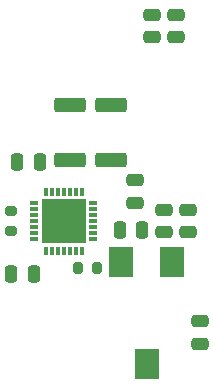
<source format=gbr>
%TF.GenerationSoftware,KiCad,Pcbnew,(6.0.5)*%
%TF.CreationDate,2022-06-02T01:51:08+02:00*%
%TF.ProjectId,Hardware,48617264-7761-4726-952e-6b696361645f,rev?*%
%TF.SameCoordinates,Original*%
%TF.FileFunction,Paste,Bot*%
%TF.FilePolarity,Positive*%
%FSLAX46Y46*%
G04 Gerber Fmt 4.6, Leading zero omitted, Abs format (unit mm)*
G04 Created by KiCad (PCBNEW (6.0.5)) date 2022-06-02 01:51:08*
%MOMM*%
%LPD*%
G01*
G04 APERTURE LIST*
G04 Aperture macros list*
%AMRoundRect*
0 Rectangle with rounded corners*
0 $1 Rounding radius*
0 $2 $3 $4 $5 $6 $7 $8 $9 X,Y pos of 4 corners*
0 Add a 4 corners polygon primitive as box body*
4,1,4,$2,$3,$4,$5,$6,$7,$8,$9,$2,$3,0*
0 Add four circle primitives for the rounded corners*
1,1,$1+$1,$2,$3*
1,1,$1+$1,$4,$5*
1,1,$1+$1,$6,$7*
1,1,$1+$1,$8,$9*
0 Add four rect primitives between the rounded corners*
20,1,$1+$1,$2,$3,$4,$5,0*
20,1,$1+$1,$4,$5,$6,$7,0*
20,1,$1+$1,$6,$7,$8,$9,0*
20,1,$1+$1,$8,$9,$2,$3,0*%
G04 Aperture macros list end*
%ADD10RoundRect,0.250000X0.475000X-0.250000X0.475000X0.250000X-0.475000X0.250000X-0.475000X-0.250000X0*%
%ADD11RoundRect,0.250000X-0.475000X0.250000X-0.475000X-0.250000X0.475000X-0.250000X0.475000X0.250000X0*%
%ADD12RoundRect,0.250000X-0.250000X-0.475000X0.250000X-0.475000X0.250000X0.475000X-0.250000X0.475000X0*%
%ADD13R,0.800000X0.300000*%
%ADD14R,0.300000X0.800000*%
%ADD15R,3.800000X3.800000*%
%ADD16RoundRect,0.200000X-0.275000X0.200000X-0.275000X-0.200000X0.275000X-0.200000X0.275000X0.200000X0*%
%ADD17RoundRect,0.200000X-0.200000X-0.275000X0.200000X-0.275000X0.200000X0.275000X-0.200000X0.275000X0*%
%ADD18RoundRect,0.250000X1.075000X-0.362500X1.075000X0.362500X-1.075000X0.362500X-1.075000X-0.362500X0*%
%ADD19R,2.000000X2.500000*%
G04 APERTURE END LIST*
D10*
%TO.C,C15*%
X108000000Y-106450000D03*
X108000000Y-104550000D03*
%TD*%
D11*
%TO.C,C14*%
X110000000Y-104550000D03*
X110000000Y-106450000D03*
%TD*%
D10*
%TO.C,C5*%
X111000000Y-122950000D03*
X111000000Y-121050000D03*
%TD*%
D11*
%TO.C,C1*%
X106500000Y-118550000D03*
X106500000Y-120450000D03*
%TD*%
%TO.C,C3*%
X109000000Y-121050000D03*
X109000000Y-122950000D03*
%TD*%
D12*
%TO.C,C8*%
X105215009Y-122723880D03*
X107115009Y-122723880D03*
%TD*%
D13*
%TO.C,IC3*%
X103000000Y-120500000D03*
X103000000Y-121000000D03*
X103000000Y-121500000D03*
X103000000Y-122000000D03*
X103000000Y-122500000D03*
X103000000Y-123000000D03*
X103000000Y-123500000D03*
D14*
X102000000Y-124500000D03*
X101500000Y-124500000D03*
X101000000Y-124500000D03*
X100500000Y-124500000D03*
X100000000Y-124500000D03*
X99500000Y-124500000D03*
X99000000Y-124500000D03*
D13*
X98000000Y-123500000D03*
X98000000Y-123000000D03*
X98000000Y-122500000D03*
X98000000Y-122000000D03*
X98000000Y-121500000D03*
X98000000Y-121000000D03*
X98000000Y-120500000D03*
D14*
X99000000Y-119500000D03*
X99500000Y-119500000D03*
X100000000Y-119500000D03*
X100500000Y-119500000D03*
X101000000Y-119500000D03*
X101500000Y-119500000D03*
X102000000Y-119500000D03*
D15*
X100500000Y-122000000D03*
%TD*%
D16*
%TO.C,R4*%
X96000000Y-121175000D03*
X96000000Y-122825000D03*
%TD*%
D17*
%TO.C,R5*%
X101675000Y-126000000D03*
X103325000Y-126000000D03*
%TD*%
D12*
%TO.C,C11*%
X97950000Y-126500000D03*
X96050000Y-126500000D03*
%TD*%
D18*
%TO.C,R2*%
X101000000Y-116812500D03*
X101000000Y-112187500D03*
%TD*%
D12*
%TO.C,C6*%
X96550000Y-117000000D03*
X98450000Y-117000000D03*
%TD*%
D19*
%TO.C,RV1*%
X109650000Y-125450000D03*
X107500000Y-134100000D03*
X105350000Y-125450000D03*
%TD*%
D11*
%TO.C,C4*%
X112000000Y-132400000D03*
X112000000Y-130500000D03*
%TD*%
D18*
%TO.C,R1*%
X104500000Y-116812500D03*
X104500000Y-112187500D03*
%TD*%
M02*

</source>
